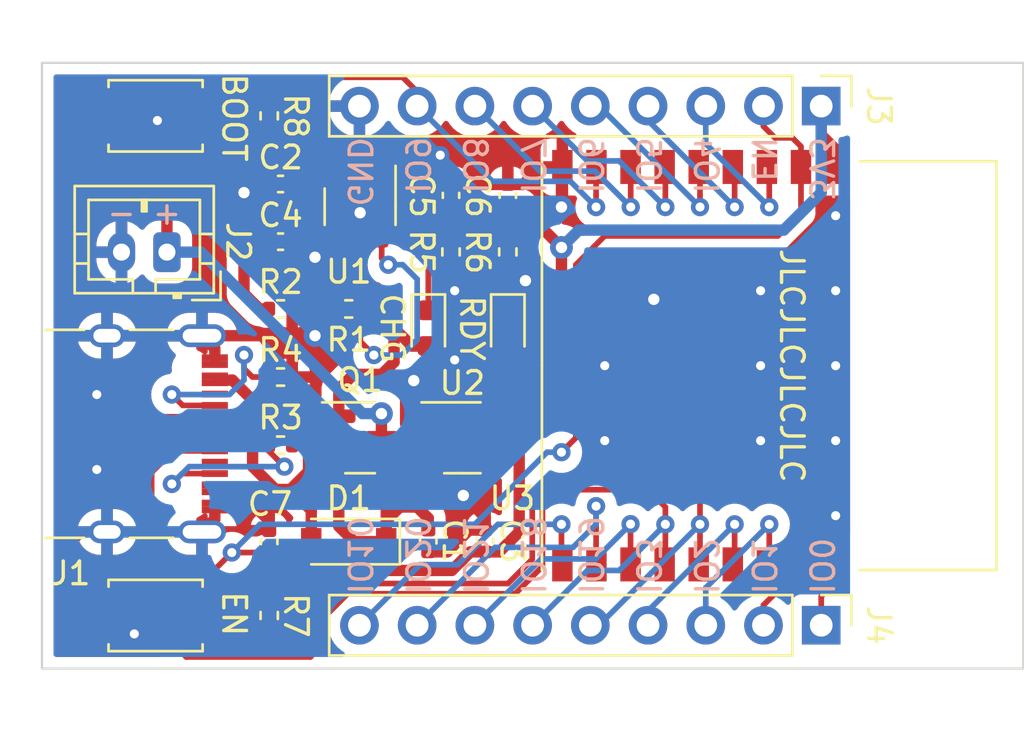
<source format=kicad_pcb>
(kicad_pcb (version 20211014) (generator pcbnew)
  (layers (0 "F.Cu" signal) (31 "B.Cu" signal) (34 "B.Paste" user) (35 "F.Paste" user) (36 "B.SilkS" user "B.Silkscreen") (37 "F.SilkS" user "F.Silkscreen") (38 "B.Mask" user) (39 "F.Mask" user) (44 "Edge.Cuts" user))
  (net 0 "")
  (net 1 "+5V")
  (net 2 "GND")
  (net 3 "+3.3V")
  (net 4 "STAT")
  (net 5 "Net-(C1-Pad1)")
  (net 6 "Net-(J1-PadA5)")
  (net 7 "D+")
  (net 8 "D-")
  (net 10 "Net-(J1-PadB5)")
  (net 12 "Net-(D2-Pad1)")
  (net 13 "EN")
  (net 14 "GPIO4")
  (net 15 "GPIO5")
  (net 16 "GPIO6")
  (net 17 "GPIO7")
  (net 18 "GPIO8")
  (net 19 "GPIO9")
  (net 20 "GPIO10")
  (net 21 "GPIO20")
  (net 22 "GPIO21")
  (net 23 "GPIO3")
  (net 24 "GPIO2")
  (net 25 "GPIO1")
  (net 26 "GPIO0")
  (net 27 "VBAT")
  (net 28 "Net-(D3-Pad2)")
  (net 29 "Net-(R1-Pad1)")
  (footprint "Resistor_SMD:R_0402_1005Metric" (layer "F.Cu") (at 103.5 73.665 180)
    (fp_text reference "R1")
    (fp_text value "3.3k")
  )
  (footprint "LED_SMD:LED_0603_1608Metric" (layer "F.Cu") (at 107 74.514 -90)
    (fp_text reference "D2" hide)
    (fp_text value "CHG")
  )
  (footprint "Resistor_SMD:R_0402_1005Metric" (layer "F.Cu") (at 100 65.165 -90)
    (fp_text reference "R8")
    (fp_text value "10k")
  )
  (footprint "Capacitor_SMD:C_0402_1005Metric" (layer "F.Cu") (at 108 68.665 90)
    (fp_text reference "C5")
    (fp_text value "10u")
  )
  (footprint "Connector_USB:USB_C_Receptacle_XKB_U262-16XN-4BVC11" (layer "F.Cu") (at 93.937 79.165 -90)
    (fp_text reference "J1")
    (fp_text value "USB-C")
  )
  (footprint "Resistor_SMD:R_0402_1005Metric" (layer "F.Cu") (at 100.5 76.665)
    (fp_text reference "R4")
    (fp_text value "5.1k")
  )
  (footprint "Connector_PinHeader_2.54mm:PinHeader_1x09_P2.54mm_Vertical" (layer "F.Cu") (at 124.29 87.595 -90)
    (fp_text reference "J4")
    (fp_text value "Conn_01x09")
  )
  (footprint "Capacitor_SMD:C_0402_1005Metric" (layer "F.Cu") (at 107 83.884 -90)
    (fp_text reference "C1")
    (fp_text value "4.7u")
  )
  (footprint "Package_TO_SOT_SMD:SOT-23-5" (layer "F.Cu") (at 104 69.165 -90)
    (fp_text reference "U1")
    (fp_text value "MCP73831-2-OT")
  )
  (footprint "LED_SMD:LED_0603_1608Metric" (layer "F.Cu") (at 110.5 74.514 -90)
    (fp_text reference "D3" hide)
    (fp_text value "RDY")
  )
  (footprint "esp32-c3-wroom-02:ESP32-C3-WROOM-02" (layer "F.Cu") (at 122 76.165 -90)
    (fp_text reference "U3")
    (fp_text value "ESP32-C3-WROOM-02")
  )
  (footprint "Capacitor_SMD:C_0402_1005Metric" (layer "F.Cu") (at 109.5 83.884 90)
    (fp_text reference "C3")
    (fp_text value "10u")
  )
  (footprint "Capacitor_SMD:C_0402_1005Metric" (layer "F.Cu") (at 110.5 68.665 90)
    (fp_text reference "C6")
    (fp_text value "0.1u")
  )
  (footprint "Package_TO_SOT_SMD:SOT-23" (layer "F.Cu") (at 104 79.34)
    (fp_text reference "Q1")
    (fp_text value "AO3401A")
  )
  (footprint "Capacitor_SMD:C_0402_1005Metric" (layer "F.Cu") (at 100.5 68.165 180)
    (fp_text reference "C2")
    (fp_text value "10u")
  )
  (footprint "Package_TO_SOT_SMD:SOT-23-5" (layer "F.Cu") (at 108.5 79.34)
    (fp_text reference "U2")
    (fp_text value "AP2112K-3.3")
  )
  (footprint "Capacitor_SMD:C_0402_1005Metric" (layer "F.Cu") (at 100 83.912 90)
    (fp_text reference "C7")
    (fp_text value "0.1u")
  )
  (footprint "Resistor_SMD:R_0402_1005Metric" (layer "F.Cu") (at 100 87.165 -90)
    (fp_text reference "R7")
    (fp_text value "10k")
  )
  (footprint "Button_Switch_SMD:SW_Push_SPST_NO_Alps_SKRK" (layer "F.Cu") (at 95 65.165)
    (fp_text reference "SW2" hide)
    (fp_text value "BOOT")
  )
  (footprint "Connector_PinHeader_2.54mm:PinHeader_1x09_P2.54mm_Vertical" (layer "F.Cu") (at 124.29 64.735 -90)
    (fp_text reference "J3")
    (fp_text value "Conn_01x09")
  )
  (footprint "Capacitor_SMD:C_0402_1005Metric" (layer "F.Cu") (at 100.5 70.704)
    (fp_text reference "C4")
    (fp_text value "4.7u")
  )
  (footprint "Resistor_SMD:R_0402_1005Metric" (layer "F.Cu") (at 108 71.155 90)
    (fp_text reference "R5")
    (fp_text value "470")
  )
  (footprint "Resistor_SMD:R_0402_1005Metric" (layer "F.Cu") (at 100.5 79.665)
    (fp_text reference "R3")
    (fp_text value "5.1k")
  )
  (footprint "Connector_JST:JST_PH_B2B-PH-K_1x02_P2.00mm_Vertical" (layer "F.Cu") (at 95.5 71.165 180)
    (fp_text reference "J2")
    (fp_text value "Conn_01x02")
  )
  (footprint "Resistor_SMD:R_0402_1005Metric" (layer "F.Cu") (at 110.5 71.155 -90)
    (fp_text reference "R6")
    (fp_text value "470")
  )
  (footprint "Diode_SMD:D_SOD-123" (layer "F.Cu") (at 103.5 83.912 180)
    (fp_text reference "D1")
    (fp_text value "B5819W")
  )
  (footprint "Resistor_SMD:R_0402_1005Metric" (layer "F.Cu") (at 100.5 73.665)
    (fp_text reference "R2")
    (fp_text value "100k")
  )
  (footprint "Button_Switch_SMD:SW_Push_SPST_NO_Alps_SKRK" (layer "F.Cu") (at 95 87.165)
    (fp_text reference "SW1" hide)
    (fp_text value "EN")
  )
  (gr_rect locked (start 133.18 89.5) (end 90 62.83) (layer "Edge.Cuts") (width 0.1) (fill none))
  (gr_text "IO10" (at 103.97 86.325 270) (layer "B.SilkS") (effects (font (size 1 1)) (justify left mirror)))
  (gr_text "IO4" (at 119.21 66.005 270) (layer "B.SilkS") (effects (font (size 1 1)) (justify right mirror)))
  (gr_text "IO0" (at 124.29 86.325 270) (layer "B.SilkS") (effects (font (size 1 1)) (justify left mirror)))
  (gr_text "IO3" (at 116.67 86.325 270) (layer "B.SilkS") (effects (font (size 1 1)) (justify left mirror)))
  (gr_text "IO2" (at 119.21 86.325 270) (layer "B.SilkS") (effects (font (size 1 1)) (justify left mirror)))
  (gr_text "IO5" (at 116.67 66.005 270) (layer "B.SilkS") (effects (font (size 1 1)) (justify right mirror)))
  (gr_text "EN" (at 121.75 66.005 270) (layer "B.SilkS") (effects (font (size 1 1)) (justify right mirror)))
  (gr_text "IO9" (at 106.51 66.005 270) (layer "B.SilkS") (effects (font (size 1 1)) (justify right mirror)))
  (gr_text "IO6" (at 114.13 66.005 270) (layer "B.SilkS") (effects (font (size 1 1)) (justify right mirror)))
  (gr_text "IO1" (at 121.75 86.325 270) (layer "B.SilkS") (effects (font (size 1 1)) (justify left mirror)))
  (gr_text "IO18" (at 111.59 86.325 270) (layer "B.SilkS") (effects (font (size 1 1)) (justify left mirror)))
  (gr_text "IO19" (at 114.13 86.325 270) (layer "B.SilkS") (effects (font (size 1 1)) (justify left mirror)))
  (gr_text "3V3" (at 124.29 66.005 270) (layer "B.SilkS") (effects (font (size 1 1)) (justify right mirror)))
  (gr_text "IO8" (at 109.05 66.005 270) (layer "B.SilkS") (effects (font (size 1 1)) (justify right mirror)))
  (gr_text "+" (at 95.5 69.434) (layer "B.SilkS") (effects (font (size 1 1)) (justify mirror)))
  (gr_text "-" (at 93.5 69.434) (layer "B.SilkS") (effects (font (size 1 1)) (justify mirror)))
  (gr_text "GND\n" (at 103.97 66.005 270) (layer "B.SilkS") (effects (font (size 1 1)) (justify right mirror)))
  (gr_text "IO21" (at 109.05 86.325 270) (layer "B.SilkS") (effects (font (size 1 1)) (justify left mirror)))
  (gr_text "IO7" (at 111.59 66.005 270) (layer "B.SilkS") (effects (font (size 1 1)) (justify right mirror)))
  (gr_text "IO20" (at 106.51 86.325 270) (layer "B.SilkS") (effects (font (size 1 1)) (justify left mirror)))
  (gr_text "JLCJLCJLCJLC" (at 123 76.165 270) (layer "F.SilkS") (effects (font (size 1 1))))
  (segment (start 99.27 80.609) (end 99.27 77.688) (width 0.5) (layer "F.Cu") (net 1))
  (segment (start 99.27 77.688) (end 98.382 76.8) (width 0.5) (layer "F.Cu") (net 1))
  (segment (start 103.716 76.546) (end 104.957582 76.546) (width 0.5) (layer "F.Cu") (net 1))
  (segment (start 105.494 73.498) (end 105.494 74.514) (width 0.5) (layer "F.Cu") (net 1))
  (segment (start 102.7 69.18) (end 103.05 69.53) (width 0.5) (layer "F.Cu") (net 1))
  (segment (start 100.933 81.615) (end 101.73 80.818) (width 0.5) (layer "F.Cu") (net 1))
  (segment (start 100.276 81.615) (end 100.933 81.615) (width 0.5) (layer "F.Cu") (net 1))
  (segment (start 103.716 72.736) (end 104.732 72.736) (width 0.5) (layer "F.Cu") (net 1))
  (segment (start 101.73 80.818) (end 101.73 78.786) (width 0.5) (layer "F.Cu") (net 1))
  (segment (start 105.494 76.009582) (end 105.494 74.514) (width 0.5) (layer "F.Cu") (net 1))
  (segment (start 103.0625 77.1995) (end 103.716 76.546) (width 0.5) (layer "F.Cu") (net 1))
  (segment (start 98.382 76.8) (end 97.722 76.8) (width 0.5) (layer "F.Cu") (net 1))
  (segment (start 100.02 69.955) (end 100.795 69.18) (width 0.5) (layer "F.Cu") (net 1))
  (segment (start 97.707 81.615) (end 100.276 81.615) (width 0.5) (layer "F.Cu") (net 1))
  (segment (start 97.607 81.515) (end 97.707 81.615) (width 0.5) (layer "F.Cu") (net 1))
  (segment (start 98.89 72.99) (end 98.89 71.212) (width 0.5) (layer "F.Cu") (net 1))
  (segment (start 99.398 70.704) (end 100.02 70.704) (width 0.5) (layer "F.Cu") (net 1))
  (segment (start 105.494 74.514) (end 106.2815 75.3015) (width 0.5) (layer "F.Cu") (net 1))
  (segment (start 102.126 78.39) (end 103.0625 78.39) (width 0.5) (layer "F.Cu") (net 1))
  (segment (start 103.05 72.07) (end 103.716 72.736) (width 0.5) (layer "F.Cu") (net 1))
  (segment (start 98.89 71.212) (end 99.398 70.704) (width 0.5) (layer "F.Cu") (net 1))
  (segment (start 100.276 81.615) (end 99.27 80.609) (width 0.5) (layer "F.Cu") (net 1))
  (segment (start 103.05 69.53) (end 103.05 70.3025) (width 0.5) (layer "F.Cu") (net 1))
  (segment (start 103.0625 78.39) (end 103.0625 77.1995) (width 0.5) (layer "F.Cu") (net 1))
  (segment (start 100.933 81.615) (end 101.85 82.532) (width 0.5) (layer "F.Cu") (net 1))
  (segment (start 104.957582 76.546) (end 105.494 76.009582) (width 0.5) (layer "F.Cu") (net 1))
  (segment (start 101.85 82.532) (end 101.85 83.912) (width 0.5) (layer "F.Cu") (net 1))
  (segment (start 97.607 76.915) (end 97.722 76.8) (width 0.25) (layer "F.Cu") (net 1))
  (segment (start 99.565 73.665) (end 98.89 72.99) (width 0.5) (layer "F.Cu") (net 1))
  (segment (start 101.73 78.786) (end 102.126 78.39) (width 0.5) (layer "F.Cu") (net 1))
  (segment (start 106.2815 75.3015) (end 107 75.3015) (width 0.5) (layer "F.Cu") (net 1))
  (segment (start 100.02 69.955) (end 100.02 70.704) (width 0.5) (layer "F.Cu") (net 1))
  (segment (start 103.05 70.3025) (end 103.05 72.07) (width 0.5) (layer "F.Cu") (net 1))
  (segment (start 100.795 69.18) (end 102.7 69.18) (width 0.5) (layer "F.Cu") (net 1))
  (segment (start 99.99 73.665) (end 99.565 73.665) (width 0.5) (layer "F.Cu") (net 1))
  (segment (start 104.732 72.736) (end 105.494 73.498) (width 0.5) (layer "F.Cu") (net 1))
  (segment (start 92.9 65.165) (end 92.9 67.635) (width 0.5) (layer "F.Cu") (net 2))
  (segment (start 106.626382 79.329382) (end 107.3625 79.329382) (width 0.5) (layer "F.Cu") (net 2))
  (segment (start 110.5 68.185) (end 111.175 68.185) (width 0.5) (layer "F.Cu") (net 2))
  (segment (start 97.607 82.92) (end 97.042 83.485) (width 0.5) (layer "F.Cu") (net 2))
  (segment (start 117.6 77.125) (end 119.8 77.125) (width 0.5) (layer "F.Cu") (net 2))
  (segment (start 100.02 68.165) (end 99.27 68.165) (width 0.5) (layer "F.Cu") (net 2))
  (segment (start 91.016 86.452) (end 91.729 87.165) (width 0.5) (layer "F.Cu") (net 2))
  (segment (start 101.01 71.886) (end 101.01 73.665) (width 0.5) (layer "F.Cu") (net 2))
  (segment (start 108 68.185) (end 110.5 68.185) (width 0.5) (layer "F.Cu") (net 2))
  (segment (start 101.01 73.665) (end 102.99 73.665) (width 0.5) (layer "F.Cu") (net 2))
  (segment (start 100.98 70.704) (end 101.33 70.704) (width 0.5) (layer "F.Cu") (net 2))
  (segment (start 110.5 73.197) (end 110.5 73.7265) (width 0.5) (layer "F.Cu") (net 2))
  (segment (start 101.33 70.704) (end 102.015 71.389) (width 0.5) (layer "F.Cu") (net 2))
  (segment (start 97.607 82.515) (end 97.796 82.326) (width 0.25) (layer "F.Cu") (net 2))
  (segment (start 118.7 76.025) (end 118.7 78.225) (width 0.5) (layer "F.Cu") (net 2))
  (segment (start 92.9 67.635) (end 93.5 68.235) (width 0.5) (layer "F.Cu") (net 2))
  (segment (start 111.2755 72.4215) (end 110.5 73.197) (width 0.5) (layer "F.Cu") (net 2))
  (segment (start 100 83.432) (end 100 82.99) (width 0.5) (layer "F.Cu") (net 2))
  (segment (start 109.5 83.404) (end 108.796 83.404) (width 0.5) (layer "F.Cu") (net 2))
  (segment (start 91.016 84.166) (end 91.016 86.452) (width 0.5) (layer "F.Cu") (net 2))
  (segment (start 119.8 78.225) (end 117.6 78.225) (width 0.5) (layer "F.Cu") (net 2))
  (segment (start 101.01 75.85) (end 101.01 76.665) (width 0.5) (layer "F.Cu") (net 2))
  (segment (start 93.5 68.235) (end 93.5 71.165) (width 0.5) (layer "F.Cu") (net 2))
  (segment (start 108.796 83.404) (end 107.836 84.364) (width 0.5) (layer "F.Cu") (net 2))
  (segment (start 97.607 82.515) (end 97.607 82.92) (width 0.5) (layer "F.Cu") (net 2))
  (segment (start 117.6 73.92) (end 117.6 76.025) (width 0.5) (layer "F.Cu") (net 2))
  (segment (start 99.27 68.165) (end 98.89 68.545) (width 0.5) (layer "F.Cu") (net 2))
  (segment (start 106.002 78.705) (end 106.626382 79.329382) (width 0.5) (layer "F.Cu") (net 2))
  (segment (start 117.6 78.225) (end 117.6 76.025) (width 0.5) (layer "F.Cu") (net 2))
  (segment (start 101.507 71.389) (end 101.01 71.886) (width 0.5) (layer "F.Cu") (net 2))
  (segment (start 112.86 67.455) (end 112.9 67.415) (width 0.5) (layer "F.Cu") (net 2))
  (segment (start 97.607 75.41) (end 97.607 75.815) (width 0.5) (layer "F.Cu") (net 2))
  (segment (start 92.862 83.485) (end 91.697 83.485) (width 0.5) (layer "F.Cu") (net 2))
  (segment (start 97.796 82.326) (end 99.336 82.326) (width 0.5) (layer "F.Cu") (net 2))
  (segment (start 102.015 74.845) (end 101.01 75.85) (width 0.5) (layer "F.Cu") (net 2))
  (segment (start 102.015 71.389) (end 101.507 71.389) (width 0.5) (layer "F.Cu") (net 2))
  (segment (start 106.360811 76.822189) (end 106.002 77.181) (width 0.5) (layer "F.Cu") (net 2))
  (segment (start 106.002 77.181) (end 106.002 78.705) (width 0.5) (layer "F.Cu") (net 2))
  (segment (start 104 69.431926) (end 104 68.0275) (width 0.5) (layer "F.Cu") (net 2))
  (segment (start 108.542 81.88) (end 109.5 82.838) (width 0.5) (layer "F.Cu") (net 2))
  (segment (start 91.697 83.485) (end 91.016 84.166) (width 0.5) (layer "F.Cu") (net 2))
  (segment (start 111.175 68.185) (end 111.945 67.415) (width 0.5) (layer "F.Cu") (net 2))
  (segment (start 109.5 82.838) (end 109.5 83.404) (width 0.5) (layer "F.Cu") (net 2))
  (segment (start 97.042 74.845) (end 97.607 75.41) (width 0.5) (layer "F.Cu") (net 2))
  (segment (start 107.836 84.364) (end 107 84.364) (width 0.5) (layer "F.Cu") (net 2))
  (segment (start 102.015 74.845) (end 97.042 74.845) (width 0.5) (layer "F.Cu") (net 2))
  (segment (start 91.729 87.165) (end 92.9 87.165) (width 0.5) (layer "F.Cu") (net 2))
  (segment (start 117.6 76.025) (end 119.8 76.025) (width 0.5) (layer "F.Cu") (net 2))
  (segment (start 116.924 73.244) (end 117.6 73.92) (width 0.5) (layer "F.Cu") (net 2))
  (segment (start 100 82.99) (end 99.336 82.326) (width 0.5) (layer "F.Cu") (net 2))
  (segment (start 101.01 79.665) (end 101.01 76.665) (width 0.5) (layer "F.Cu") (net 2))
  (segment (start 111.945 67.415) (end 112.9 67.415) (width 0.5) (layer "F.Cu") (net 2))
  (segment (start 112.86 69.18) (end 112.86 67.455) (width 0.5) (layer "F.Cu") (net 2))
  (segment (start 119.8 76.025) (end 119.8 78.225) (width 0.5) (layer "F.Cu") (net 2))
  (via (at 95.08 65.37) (size 0.8) (drill 0.4) (layers "F.Cu" "B.Cu") (net 2))
  (via (at 108.542 81.88) (size 1) (drill 0.5) (layers "F.Cu" "B.Cu") (net 2))
  (via (at 124.925 69.561) (size 0.8) (drill 0.4) (layers "F.Cu" "B.Cu") (net 2))
  (via (at 108.161 72.863) (size 0.8) (drill 0.4) (layers "F.Cu" "B.Cu") (net 2))
  (via (at 121.623 72.863) (size 0.8) (drill 0.4) (layers "F.Cu" "B.Cu") (net 2))
  (via (at 108.161 75.911) (size 0.8) (drill 0.4) (layers "F.Cu" "B.Cu") (net 2))
  (via (at 111.2755 72.4215) (size 1) (drill 0.5) (layers "F.Cu" "B.Cu") (net 2))
  (via (at 102.015 71.389) (size 1) (drill 0.5) (layers "F.Cu" "B.Cu") (net 2))
  (via (at 114.765 76.165) (size 0.8) (drill 0.4) (layers "F.Cu" "B.Cu") (net 2))
  (via (at 112.86 69.18) (size 1) (drill 0.5) (layers "F.Cu" "B.Cu") (net 2))
  (via (at 92.413 77.435) (size 0.8) (drill 0.4) (layers "F.Cu" "B.Cu") (net 2))
  (via (at 106.360811 76.822189) (size 1) (drill 0.5) (layers "F.Cu" "B.Cu") (net 2))
  (via (at 104 69.431926) (size 1) (drill 0.5) (layers "F.Cu" "B.Cu") (net 2))
  (via (at 124.925 76.165) (size 0.8) (drill 0.4) (layers "F.Cu" "B.Cu") (net 2))
  (via (at 92.413 80.737) (size 0.8) (drill 0.4) (layers "F.Cu" "B.Cu") (net 2))
  (via (at 124.925 82.769) (size 0.8) (drill 0.4) (layers "F.Cu" "B.Cu") (net 2))
  (via (at 94.064 87.976) (size 0.8) (drill 0.4) (layers "F.Cu" "B.Cu") (net 2))
  (via (at 102.015 74.845) (size 1) (drill 0.5) (layers "F.Cu" "B.Cu") (net 2))
  (via (at 98.89 68.545) (size 1) (drill 0.5) (layers "F.Cu" "B.Cu") (net 2))
  (via (at 114.765 79.467) (size 0.8) (drill 0.4) (layers "F.Cu" "B.Cu") (net 2))
  (via (at 124.925 79.467) (size 0.8) (drill 0.4) (layers "F.Cu" "B.Cu") (net 2))
  (via (at 116.924 73.244) (size 1) (drill 0.5) (layers "F.Cu" "B.Cu") (net 2))
  (via (at 124.925 72.863) (size 0.8) (drill 0.4) (layers "F.Cu" "B.Cu") (net 2))
  (via (at 107.526 66.894) (size 0.8) (drill 0.4) (layers "F.Cu" "B.Cu") (net 2))
  (via (at 121.623 79.467) (size 0.8) (drill 0.4) (layers "F.Cu" "B.Cu") (net 2))
  (via (at 121.623 76.165) (size 0.8) (drill 0.4) (layers "F.Cu" "B.Cu") (net 2))
  (segment (start 106.360811 76.822189) (end 109.281811 76.822189) (width 0.5) (layer "B.Cu") (net 2))
  (segment (start 112.86 69.18) (end 106.51 69.18) (width 0.5) (layer "B.Cu") (net 2))
  (segment (start 92.862 74.845) (end 92.862 73.43) (width 0.5) (layer "B.Cu") (net 2))
  (segment (start 97.042 74.845) (end 92.862 74.845) (width 0.5) (layer "B.Cu") (net 2))
  (segment (start 102.015 71.389) (end 102.015 74.845) (width 0.5) (layer "B.Cu") (net 2))
  (segment (start 111.2755 70.7645) (end 111.2755 72.4215) (width 0.5) (layer "B.Cu") (net 2))
  (segment (start 103.97 66.64) (end 102.065 68.545) (width 0.5) (layer "B.Cu") (net 2))
  (segment (start 112.86 69.18) (end 111.2755 70.7645) (width 0.5) (layer "B.Cu") (net 2))
  (segment (start 111.2755 74.8285) (end 111.2755 72.4215) (width 0.5) (layer "B.Cu") (net 2))
  (segment (start 93.5 72.792) (end 93.5 71.165) (width 0.5) (layer "B.Cu") (net 2))
  (segment (start 106.360811 76.822189) (end 106.360811 80.714811) (width 0.5) (layer "B.Cu") (net 2))
  (segment (start 92.862 83.485) (end 92.862 74.845) (width 0.5) (layer "B.Cu") (net 2))
  (segment (start 98.89 70.196) (end 98.89 68.545) (width 0.5) (layer "B.Cu") (net 2))
  (segment (start 102.015 71.389) (end 100.083 71.389) (width 0.5) (layer "B.Cu") (net 2))
  (segment (start 102.015 71.389) (end 103.972074 69.431926) (width 0.5) (layer "B.Cu") (net 2))
  (segment (start 102.065 68.545) (end 98.89 68.545) (width 0.5) (layer "B.Cu") (net 2))
  (segment (start 111.2755 72.4215) (end 116.1015 72.4215) (width 0.5) (layer "B.Cu") (net 2))
  (segment (start 103.97 64.735) (end 103.97 66.64) (width 0.5) (layer "B.Cu") (net 2))
  (segment (start 97.042 83.485) (end 92.862 83.485) (width 0.5) (layer "B.Cu") (net 2))
  (segment (start 116.1015 72.4215) (end 116.924 73.244) (width 0.5) (layer "B.Cu") (net 2))
  (segment (start 106.360811 80.714811) (end 107.526 81.88) (width 0.5) (layer "B.Cu") (net 2))
  (segment (start 100.083 71.389) (end 98.89 70.196) (width 0.5) (layer "B.Cu") (net 2))
  (segment (start 106.51 69.18) (end 103.97 66.64) (width 0.5) (layer "B.Cu") (net 2))
  (segment (start 107.526 81.88) (end 108.542 81.88) (width 0.5) (layer "B.Cu") (net 2))
  (segment (start 109.281811 76.822189) (end 111.2755 74.8285) (width 0.5) (layer "B.Cu") (net 2))
  (segment (start 103.972074 69.431926) (end 104 69.431926) (width 0.5) (layer "B.Cu") (net 2))
  (segment (start 92.862 73.43) (end 93.5 72.792) (width 0.5) (layer "B.Cu") (net 2))
  (segment (start 111 83.486) (end 111 79.004) (width 0.5) (layer "F.Cu") (net 3))
  (segment (start 112.86 70.958) (end 111.047 69.145) (width 0.5) (layer "F.Cu") (net 3))
  (segment (start 105.875 66.64) (end 106.51 67.275) (width 0.5) (layer "F.Cu") (net 3))
  (segment (start 110.386 78.39) (end 109.6375 78.39) (width 0.5) (layer "F.Cu") (net 3))
  (segment (start 124.29 64.735) (end 124.29 66.005) (width 0.5) (layer "F.Cu") (net 3))
  (segment (start 106.51 68.291) (end 107.364 69.145) (width 0.5) (layer "F.Cu") (net 3))
  (segment (start 124.9 66.615) (end 124.9 67.415) (width 0.5) (layer "F.Cu") (net 3))
  (segment (start 102.7 66.64) (end 105.875 66.64) (width 0.5) (layer "F.Cu") (net 3))
  (segment (start 108.852 84.364) (end 108.034 85.182) (width 0.5) (layer "F.Cu") (net 3))
  (segment (start 101.01 86.655) (end 100 86.655) (width 0.5) (layer "F.Cu") (net 3))
  (segment (start 102.483 85.182) (end 101.01 86.655) (width 0.5) (layer "F.Cu") (net 3))
  (segment (start 112.86 75.5935) (end 111.59 76.8635) (width 0.5) (layer "F.Cu") (net 3))
  (segment (start 100.715 64.655) (end 102.7 66.64) (width 0.5) (layer "F.Cu") (net 3))
  (segment (start 110.122 84.364) (end 111 83.486) (width 0.5) (layer "F.Cu") (net 3))
  (segment (start 108.034 85.182) (end 102.483 85.182) (width 0.5) (layer "F.Cu") (net 3))
  (segment (start 124.29 66.005) (end 124.9 66.615) (width 0.5) (layer "F.Cu") (net 3))
  (segment (start 111 79.004) (end 110.386 78.39) (width 0.5) (layer "F.Cu") (net 3))
  (segment (start 108 69.145) (end 110.5 69.145) (width 0.5) (layer "F.Cu") (net 3))
  (segment (start 106.51 67.275) (end 106.51 68.291) (width 0.5) (layer "F.Cu") (net 3))
  (segment (start 100 64.655) (end 100.715 64.655) (width 0.5) (layer "F.Cu") (net 3))
  (segment (start 111.59 76.8635) (end 110.32 76.8635) (width 0.5) (layer "F.Cu") (net 3))
  (segment (start 109.6375 77.546) (end 109.6375 78.39) (width 0.5) (layer "F.Cu") (net 3))
  (segment (start 111.047 69.145) (end 110.5 69.145) (width 0.5) (layer "F.Cu") (net 3))
  (segment (start 112.86 70.958) (end 112.86 75.5935) (width 0.5) (layer "F.Cu") (net 3))
  (segment (start 109.5 84.364) (end 110.122 84.364) (width 0.5) (layer "F.Cu") (net 3))
  (segment (start 107.364 69.145) (end 108 69.145) (width 0.5) (layer "F.Cu") (net 3))
  (segment (start 109.5 84.364) (end 108.852 84.364) (width 0.5) (layer "F.Cu") (net 3))
  (segment (start 110.32 76.8635) (end 109.6375 77.546) (width 0.5) (layer "F.Cu") (net 3))
  (via (at 112.86 70.958) (size 1) (drill 0.5) (layers "F.Cu" "B.Cu") (net 3))
  (segment (start 112.86 70.958) (end 113.622 70.196) (width 0.5) (layer "B.Cu") (net 3))
  (segment (start 122.639 70.196) (end 124.29 68.545) (width 0.5) (layer "B.Cu") (net 3))
  (segment (start 124.29 68.545) (end 124.29 64.735) (width 0.5) (layer "B.Cu") (net 3))
  (segment (start 113.622 70.196) (end 122.639 70.196) (width 0.5) (layer "B.Cu") (net 3))
  (segment (start 106.451 70.645) (end 108 70.645) (width 0.25) (layer "F.Cu") (net 4))
  (segment (start 104.95 68.0275) (end 105.6115 68.0275) (width 0.25) (layer "F.Cu") (net 4))
  (segment (start 105.935 70.129) (end 106.451 70.645) (width 0.25) (layer "F.Cu") (net 4))
  (segment (start 110.5 70.645) (end 108 70.645) (width 0.25) (layer "F.Cu") (net 4))
  (segment (start 105.935 68.351) (end 105.935 70.129) (width 0.25) (layer "F.Cu") (net 4))
  (segment (start 105.6115 68.0275) (end 105.935 68.351) (width 0.25) (layer "F.Cu") (net 4))
  (segment (start 105.15 81.02) (end 105.15 82.986) (width 0.5) (layer "F.Cu") (net 5))
  (segment (start 105.15 83.912) (end 105.15 82.986) (width 0.5) (layer "F.Cu") (net 5))
  (segment (start 108.796 79.059528) (end 108.126472 78.39) (width 0.5) (layer "F.Cu") (net 5))
  (segment (start 107.3625 80.29) (end 105.88 80.29) (width 0.5) (layer "F.Cu") (net 5))
  (segment (start 103.73725 83.912) (end 103.0625 83.23725) (width 0.5) (layer "F.Cu") (net 5))
  (segment (start 105.15 83.912) (end 103.73725 83.912) (width 0.5) (layer "F.Cu") (net 5))
  (segment (start 105.15 82.986) (end 105.748 82.388) (width 0.5) (layer "F.Cu") (net 5))
  (segment (start 108.796 79.620472) (end 108.126472 80.29) (width 0.5) (layer "F.Cu") (net 5))
  (segment (start 108.126472 80.29) (end 107.3625 80.29) (width 0.5) (layer "F.Cu") (net 5))
  (segment (start 103.0625 83.23725) (end 103.0625 80.29) (width 0.5) (layer "F.Cu") (net 5))
  (segment (start 105.748 82.388) (end 106.51 82.388) (width 0.5) (layer "F.Cu") (net 5))
  (segment (start 108.126472 78.39) (end 107.3625 78.39) (width 0.5) (layer "F.Cu") (net 5))
  (segment (start 107 82.878) (end 107 83.404) (width 0.5) (layer "F.Cu") (net 5))
  (segment (start 105.88 80.29) (end 105.15 81.02) (width 0.5) (layer "F.Cu") (net 5))
  (segment (start 108.796 79.059528) (end 108.796 79.620472) (width 0.5) (layer "F.Cu") (net 5))
  (segment (start 106.51 82.388) (end 107 82.878) (width 0.5) (layer "F.Cu") (net 5))
  (segment (start 98.89 75.6945) (end 98.89 76.292) (width 0.25) (layer "F.Cu") (net 6))
  (segment (start 98.89 76.292) (end 99.263 76.665) (width 0.25) (layer "F.Cu") (net 6))
  (segment (start 97.607 77.915) (end 96.195 77.915) (width 0.25) (layer "F.Cu") (net 6))
  (segment (start 96.195 77.915) (end 95.715 77.435) (width 0.25) (layer "F.Cu") (net 6))
  (segment (start 99.263 76.665) (end 99.99 76.665) (width 0.25) (layer "F.Cu") (net 6))
  (via (at 95.715 77.435) (size 0.8) (drill 0.4) (layers "F.Cu" "B.Cu") (net 6))
  (via (at 98.89 75.6945) (size 0.8) (drill 0.4) (layers "F.Cu" "B.Cu") (net 6))
  (segment (start 98.89 76.8) (end 98.255 77.435) (width 0.25) (layer "B.Cu") (net 6))
  (segment (start 98.89 75.6945) (end 98.89 76.8) (width 0.25) (layer "B.Cu") (net 6))
  (segment (start 98.255 77.435) (end 95.715 77.435) (width 0.25) (layer "B.Cu") (net 6))
  (segment (start 95.759 78.915) (end 94.826 79.848) (width 0.25) (layer "F.Cu") (net 7))
  (segment (start 118.956 83.15) (end 118.956 84.859) (width 0.25) (layer "F.Cu") (net 7))
  (segment (start 111.575 84.689) (end 111.575 82.149) (width 0.25) (layer "F.Cu") (net 7))
  (segment (start 94.826 86.706) (end 96.662 88.542) (width 0.25) (layer "F.Cu") (net 7))
  (segment (start 97.607 78.915) (end 95.759 78.915) (width 0.25) (layer "F.Cu") (net 7))
  (segment (start 96.662 88.542) (end 101.372 88.542) (width 0.25) (layer "F.Cu") (net 7))
  (segment (start 94.826 80.864) (end 94.826 86.706) (width 0.25) (layer "F.Cu") (net 7))
  (segment (start 118.956 84.859) (end 118.9 84.915) (width 0.25) (layer "F.Cu") (net 7))
  (segment (start 118.956 82.134) (end 118.956 83.15) (width 0.25) (layer "F.Cu") (net 7))
  (segment (start 103.15 85.757) (end 110.507 85.757) (width 0.25) (layer "F.Cu") (net 7))
  (segment (start 101.938 86.969) (end 103.15 85.757) (width 0.25) (layer "F.Cu") (net 7))
  (segment (start 117.94 81.118) (end 118.956 82.134) (width 0.25) (layer "F.Cu") (net 7))
  (segment (start 111.575 82.149) (end 112.606 81.118) (width 0.25) (layer "F.Cu") (net 7))
  (segment (start 110.507 85.757) (end 111.575 84.689) (width 0.25) (layer "F.Cu") (net 7))
  (segment (start 112.606 81.118) (end 117.94 81.118) (width 0.25) (layer "F.Cu") (net 7))
  (segment (start 101.938 87.976) (end 101.938 86.969) (width 0.25) (layer "F.Cu") (net 7))
  (segment (start 95.775 79.915) (end 94.826 80.864) (width 0.25) (layer "F.Cu") (net 7))
  (segment (start 101.372 88.542) (end 101.938 87.976) (width 0.25) (layer "F.Cu") (net 7))
  (segment (start 94.826 79.848) (end 94.826 80.864) (width 0.25) (layer "F.Cu") (net 7))
  (segment (start 97.607 79.915) (end 95.775 79.915) (width 0.25) (layer "F.Cu") (net 7))
  (via (at 118.956 83.15) (size 0.8) (drill 0.4) (layers "F.Cu" "B.Cu") (net 7))
  (segment (start 114.511 87.595) (end 114.13 87.595) (width 0.25) (layer "B.Cu") (net 7))
  (segment (start 118.956 83.15) (end 114.511 87.595) (width 0.25) (layer "B.Cu") (net 7))
  (segment (start 112.025 85.001) (end 110.819 86.207) (width 0.25) (layer "F.Cu") (net 8))
  (segment (start 94.989 78.415) (end 97.607 78.415) (width 0.25) (layer "F.Cu") (net 8))
  (segment (start 112.734396 81.626) (end 112.025 82.335396) (width 0.25) (layer "F.Cu") (net 8))
  (segment (start 117.432 83.15) (end 117.432 82.388) (width 0.25) (layer "F.Cu") (net 8))
  (segment (start 98.695 79.102) (end 98.382 79.415) (width 0.25) (layer "F.Cu") (net 8))
  (segment (start 116.67 81.626) (end 112.734396 81.626) (width 0.25) (layer "F.Cu") (net 8))
  (segment (start 98.382 79.415) (end 97.607 79.415) (width 0.25) (layer "F.Cu") (net 8))
  (segment (start 117.432 84.883) (end 117.4 84.915) (width 0.25) (layer "F.Cu") (net 8))
  (segment (start 102.388 88.416396) (end 101.812396 88.992) (width 0.25) (layer "F.Cu") (net 8))
  (segment (start 101.812396 88.992) (end 96.35 88.992) (width 0.25) (layer "F.Cu") (net 8))
  (segment (start 110.819 86.207) (end 103.453 86.207) (width 0.25) (layer "F.Cu") (net 8))
  (segment (start 112.025 82.335396) (end 112.025 85.001) (width 0.25) (layer "F.Cu") (net 8))
  (segment (start 103.453 86.207) (end 102.388 87.272) (width 0.25) (layer "F.Cu") (net 8))
  (segment (start 102.388 87.272) (end 102.388 88.416396) (width 0.25) (layer "F.Cu") (net 8))
  (segment (start 117.432 83.15) (end 117.432 84.883) (width 0.25) (layer "F.Cu") (net 8))
  (segment (start 117.432 82.388) (end 116.67 81.626) (width 0.25) (layer "F.Cu") (net 8))
  (segment (start 96.35 88.992) (end 94.318 86.96) (width 0.25) (layer "F.Cu") (net 8))
  (segment (start 98.3505 78.415) (end 98.695 78.7595) (width 0.25) (layer "F.Cu") (net 8))
  (segment (start 97.607 78.415) (end 98.3505 78.415) (width 0.25) (layer "F.Cu") (net 8))
  (segment (start 94.318 79.086) (end 94.989 78.415) (width 0.25) (layer "F.Cu") (net 8))
  (segment (start 94.318 86.96) (end 94.318 79.086) (width 0.25) (layer "F.Cu") (net 8))
  (segment (start 98.695 78.7595) (end 98.695 79.102) (width 0.25) (layer "F.Cu") (net 8))
  (via (at 117.432 83.15) (size 0.8) (drill 0.4) (layers "F.Cu" "B.Cu") (net 8))
  (segment (start 117.432 83.15) (end 115.4 85.182) (width 0.25) (layer "B.Cu") (net 8))
  (segment (start 114.003 85.182) (end 111.59 87.595) (width 0.25) (layer "B.Cu") (net 8))
  (segment (start 115.4 85.182) (end 114.003 85.182) (width 0.25) (layer "B.Cu") (net 8))
  (segment (start 97.607 80.915) (end 96.172 80.915) (width 0.25) (layer "F.Cu") (net 10))
  (segment (start 99.99 79.932) (end 99.99 79.665) (width 0.25) (layer "F.Cu") (net 10))
  (segment (start 96.172 80.915) (end 95.715 81.372) (width 0.25) (layer "F.Cu") (net 10))
  (segment (start 100.668 80.61) (end 99.99 79.932) (width 0.25) (layer "F.Cu") (net 10))
  (via (at 100.668 80.61) (size 0.8) (drill 0.4) (layers "F.Cu" "B.Cu") (net 10))
  (via (at 95.715 81.372) (size 0.8) (drill 0.4) (layers "F.Cu" "B.Cu") (net 10))
  (segment (start 96.477 80.61) (end 95.715 81.372) (width 0.25) (layer "B.Cu") (net 10))
  (segment (start 100.668 80.61) (end 96.477 80.61) (width 0.25) (layer "B.Cu") (net 10))
  (segment (start 107.327 71.665) (end 107 71.992) (width 0.25) (layer "F.Cu") (net 12))
  (segment (start 108 71.665) (end 107.327 71.665) (width 0.25) (layer "F.Cu") (net 12))
  (segment (start 107 71.992) (end 107 73.7265) (width 0.25) (layer "F.Cu") (net 12))
  (segment (start 98.354 84.392) (end 100 84.392) (width 0.25) (layer "F.Cu") (net 13))
  (segment (start 97.1 85.646) (end 97.1 87.165) (width 0.25) (layer "F.Cu") (net 13))
  (segment (start 98.843 87.675) (end 100 87.675) (width 0.25) (layer "F.Cu") (net 13))
  (segment (start 98.333 87.165) (end 98.843 87.675) (width 0.25) (layer "F.Cu") (net 13))
  (segment (start 98.354 84.392) (end 97.1 85.646) (width 0.25) (layer "F.Cu") (net 13))
  (segment (start 122.258 66.132) (end 123.02 66.132) (width 0.25) (layer "F.Cu") (net 13))
  (segment (start 113.495 71.72) (end 114.765 70.45) (width 0.25) (layer "F.Cu") (net 13))
  (segment (start 121.75 64.735) (end 121.75 65.624) (width 0.25) (layer "F.Cu") (net 13))
  (segment (start 123.4 69.435) (end 123.4 67.415) (width 0.25) (layer "F.Cu") (net 13))
  (segment (start 121.75 65.624) (end 122.258 66.132) (width 0.25) (layer "F.Cu") (net 13))
  (segment (start 122.385 70.45) (end 123.4 69.435) (width 0.25) (layer "F.Cu") (net 13))
  (segment (start 113.495 79.34) (end 113.495 71.72) (width 0.25) (layer "F.Cu") (net 13))
  (segment (start 123.4 66.512) (end 123.4 67.415) (width 0.25) (layer "F.Cu") (net 13))
  (segment (start 97.1 87.165) (end 98.333 87.165) (width 0.25) (layer "F.Cu") (net 13))
  (segment (start 123.02 66.132) (end 123.4 66.512) (width 0.25) (layer "F.Cu") (net 13))
  (segment (start 112.86 79.975) (end 113.495 79.34) (width 0.25) (layer "F.Cu") (net 13))
  (segment (start 114.765 70.45) (end 122.385 70.45) (width 0.25) (layer "F.Cu") (net 13))
  (via (at 112.86 79.975) (size 0.8) (drill 0.4) (layers "F.Cu" "B.Cu") (net 13))
  (via (at 98.354 84.392) (size 0.8) (drill 0.4) (layers "F.Cu" "B.Cu") (net 13))
  (segment (start 112.225 79.975) (end 112.86 79.975) (width 0.25) (layer "B.Cu") (net 13))
  (segment (start 99.596 83.15) (end 109.05 83.15) (width 0.25) (layer "B.Cu") (net 13))
  (segment (start 109.05 83.15) (end 112.225 79.975) (width 0.25) (layer "B.Cu") (net 13))
  (segment (start 98.354 84.392) (end 99.596 83.15) (width 0.25) (layer "B.Cu") (net 13))
  (segment (start 122.004 69.18) (end 122.004 67.519) (width 0.25) (layer "F.Cu") (net 14))
  (segment (start 122.004 67.519) (end 121.9 67.415) (width 0.25) (layer "F.Cu") (net 14))
  (via (at 122.004 69.18) (size 0.8) (drill 0.4) (layers "F.Cu" "B.Cu") (net 14))
  (segment (start 119.21 66.386) (end 119.21 64.735) (width 0.25) (layer "B.Cu") (net 14))
  (segment (start 122.004 69.18) (end 119.21 66.386) (width 0.25) (layer "B.Cu") (net 14))
  (segment (start 120.48 69.18) (end 120.48 67.495) (width 0.25) (layer "F.Cu") (net 15))
  (segment (start 120.48 67.495) (end 120.4 67.415) (width 0.25) (layer "F.Cu") (net 15))
  (via (at 120.48 69.18) (size 0.8) (drill 0.4) (layers "F.Cu" "B.Cu") (net 15))
  (segment (start 120.48 69.18) (end 116.67 65.37) (width 0.25) (layer "B.Cu") (net 15))
  (segment (start 116.67 65.37) (end 116.67 64.735) (width 0.25) (layer "B.Cu") (net 15))
  (segment (start 118.956 69.18) (end 118.956 67.471) (width 0.25) (layer "F.Cu") (net 16))
  (segment (start 118.956 67.471) (end 118.9 67.415) (width 0.25) (layer "F.Cu") (net 16))
  (via (at 118.956 69.18) (size 0.8) (drill 0.4) (layers "F.Cu" "B.Cu") (net 16))
  (segment (start 118.956 69.18) (end 114.511 64.735) (width 0.25) (layer "B.Cu") (net 16))
  (segment (start 114.511 64.735) (end 114.13 64.735) (width 0.25) (layer "B.Cu") (net 16))
  (segment (start 117.432 67.447) (end 117.4 67.415) (width 0.25) (layer "F.Cu") (net 17))
  (segment (start 117.432 69.18) (end 117.432 67.447) (width 0.25) (layer "F.Cu") (net 17))
  (via (at 117.432 69.18) (size 0.8) (drill 0.4) (layers "F.Cu" "B.Cu") (net 17))
  (segment (start 115.4 67.148) (end 114.003 67.148) (width 0.25) (layer "B.Cu") (net 17))
  (segment (start 117.432 69.18) (end 115.4 67.148) (width 0.25) (layer "B.Cu") (net 17))
  (segment (start 114.003 67.148) (end 111.59 64.735) (width 0.25) (layer "B.Cu") (net 17))
  (segment (start 115.908 67.423) (end 115.9 67.415) (width 0.25) (layer "F.Cu") (net 18))
  (segment (start 115.908 69.18) (end 115.908 67.423) (width 0.25) (layer "F.Cu") (net 18))
  (via (at 115.908 69.18) (size 0.8) (drill 0.4) (layers "F.Cu" "B.Cu") (net 18))
  (segment (start 114.326 67.598) (end 111.913 67.598) (width 0.25) (layer "B.Cu") (net 18))
  (segment (start 111.913 67.598) (end 109.05 64.735) (width 0.25) (layer "B.Cu") (net 18))
  (segment (start 115.908 69.18) (end 114.326 67.598) (width 0.25) (layer "B.Cu") (net 18))
  (segment (start 98.177 65.165) (end 98.687 65.675) (width 0.25) (layer "F.Cu") (net 19))
  (segment (start 114.384 69.18) (end 114.384 67.431) (width 0.25) (layer "F.Cu") (net 19))
  (segment (start 97.1 65.165) (end 97.1 63.985) (width 0.25) (layer "F.Cu") (net 19))
  (segment (start 97.1 65.165) (end 98.177 65.165) (width 0.25) (layer "F.Cu") (net 19))
  (segment (start 97.1 63.985) (end 97.62 63.465) (width 0.25) (layer "F.Cu") (net 19))
  (segment (start 114.384 67.431) (end 114.4 67.415) (width 0.25) (layer "F.Cu") (net 19))
  (segment (start 98.687 65.675) (end 100 65.675) (width 0.25) (layer "F.Cu") (net 19))
  (segment (start 105.875 63.465) (end 106.51 64.1) (width 0.25) (layer "F.Cu") (net 19))
  (segment (start 106.51 64.1) (end 106.51 64.735) (width 0.25) (layer "F.Cu") (net 19))
  (segment (start 97.62 63.465) (end 105.875 63.465) (width 0.25) (layer "F.Cu") (net 19))
  (via (at 114.384 69.18) (size 0.8) (drill 0.4) (layers "F.Cu" "B.Cu") (net 19))
  (segment (start 109.823 68.048) (end 106.51 64.735) (width 0.25) (layer "B.Cu") (net 19))
  (segment (start 113.252 68.048) (end 109.823 68.048) (width 0.25) (layer "B.Cu") (net 19))
  (segment (start 114.384 69.18) (end 113.252 68.048) (width 0.25) (layer "B.Cu") (net 19))
  (segment (start 112.86 84.875) (end 112.9 84.915) (width 0.25) (layer "F.Cu") (net 20))
  (segment (start 112.86 83.15) (end 112.86 84.875) (width 0.25) (layer "F.Cu") (net 20))
  (via (at 112.86 83.15) (size 0.8) (drill 0.4) (layers "F.Cu" "B.Cu") (net 20))
  (segment (start 110.066 83.15) (end 112.86 83.15) (width 0.25) (layer "B.Cu") (net 20))
  (segment (start 103.97 87.595) (end 106.637 84.928) (width 0.25) (layer "B.Cu") (net 20))
  (segment (start 106.637 84.928) (end 108.288 84.928) (width 0.25) (layer "B.Cu") (net 20))
  (segment (start 108.288 84.928) (end 110.066 83.15) (width 0.25) (layer "B.Cu") (net 20))
  (segment (start 114.384 82.3505) (end 114.384 84.899) (width 0.25) (layer "F.Cu") (net 21))
  (segment (start 114.384 84.899) (end 114.4 84.915) (width 0.25) (layer "F.Cu") (net 21))
  (via (at 114.384 82.3505) (size 0.8) (drill 0.4) (layers "F.Cu" "B.Cu") (net 21))
  (segment (start 114.384 82.3505) (end 114.384 83.15) (width 0.25) (layer "B.Cu") (net 21))
  (segment (start 113.368 84.166) (end 109.939 84.166) (width 0.25) (layer "B.Cu") (net 21))
  (segment (start 109.939 84.166) (end 106.51 87.595) (width 0.25) (layer "B.Cu") (net 21))
  (segment (start 114.384 83.15) (end 113.368 84.166) (width 0.25) (layer "B.Cu") (net 21))
  (segment (start 115.9 83.142) (end 115.9 84.915) (width 0.25) (layer "F.Cu") (net 22))
  (via (at 115.9 83.142) (size 0.8) (drill 0.4) (layers "F.Cu" "B.Cu") (net 22))
  (segment (start 111.971 84.674) (end 109.05 87.595) (width 0.25) (layer "B.Cu") (net 22))
  (segment (start 114.368 84.674) (end 111.971 84.674) (width 0.25) (layer "B.Cu") (net 22))
  (segment (start 115.9 83.142) (end 114.368 84.674) (width 0.25) (layer "B.Cu") (net 22))
  (segment (start 120.48 84.835) (end 120.4 84.915) (width 0.25) (layer "F.Cu") (net 23))
  (segment (start 120.48 83.15) (end 120.48 84.835) (width 0.25) (layer "F.Cu") (net 23))
  (via (at 120.48 83.15) (size 0.8) (drill 0.4) (layers "F.Cu" "B.Cu") (net 23))
  (segment (start 116.67 87.595) (end 116.67 86.96) (width 0.25) (layer "B.Cu") (net 23))
  (segment (start 116.67 86.96) (end 120.48 83.15) (width 0.25) (layer "B.Cu") (net 23))
  (segment (start 122.004 84.811) (end 121.9 84.915) (width 0.25) (layer "F.Cu") (net 24))
  (segment (start 122.004 83.15) (end 122.004 84.811) (width 0.25) (layer "F.Cu") (net 24))
  (via (at 122.004 83.15) (size 0.8) (drill 0.4) (layers "F.Cu" "B.Cu") (net 24))
  (segment (start 119.21 85.944) (end 122.004 83.15) (width 0.25) (layer "B.Cu") (net 24))
  (segment (start 119.21 87.595) (end 119.21 85.944) (width 0.25) (layer "B.Cu") (net 24))
  (segment (start 122.258 86.198) (end 123.02 86.198) (width 0.25) (layer "F.Cu") (net 25))
  (segment (start 123.4 85.818) (end 123.4 84.915) (width 0.25) (layer "F.Cu") (net 25))
  (segment (start 121.75 86.706) (end 122.258 86.198) (width 0.25) (layer "F.Cu") (net 25))
  (segment (start 121.75 87.595) (end 121.75 86.706) (width 0.25) (layer "F.Cu") (net 25))
  (segment (start 123.02 86.198) (end 123.4 85.818) (width 0.25) (layer "F.Cu") (net 25))
  (segment (start 124.29 86.325) (end 124.9 85.715) (width 0.25) (layer "F.Cu") (net 26))
  (segment (start 124.29 87.595) (end 124.29 86.325) (width 0.25) (layer "F.Cu") (net 26))
  (segment (start 124.9 85.715) (end 124.9 84.915) (width 0.25) (layer "F.Cu") (net 26))
  (segment (start 96.35 66.64) (end 100.16 66.64) (width 0.5) (layer "F.Cu") (net 27))
  (segment (start 100.16 66.64) (end 100.98 67.46) (width 0.5) (layer "F.Cu") (net 27))
  (segment (start 95.5 67.49) (end 96.35 66.64) (width 0.5) (layer "F.Cu") (net 27))
  (segment (start 95.5 71.165) (end 95.5 67.49) (width 0.5) (layer "F.Cu") (net 27))
  (segment (start 100.98 68.165) (end 102.9125 68.165) (width 0.5) (layer "F.Cu") (net 27))
  (segment (start 102.9125 68.165) (end 103.05 68.0275) (width 0.5) (layer "F.Cu") (net 27))
  (segment (start 100.98 67.46) (end 100.98 68.165) (width 0.5) (layer "F.Cu") (net 27))
  (segment (start 104.9375 78.2755) (end 104.9375 79.34) (width 0.5) (layer "F.Cu") (net 27))
  (via (at 104.9375 78.2755) (size 1) (drill 0.5) (layers "F.Cu" "B.Cu") (net 27))
  (segment (start 96.991497 71.165) (end 95.5 71.165) (width 0.5) (layer "B.Cu") (net 27))
  (segment (start 104.9375 78.2755) (end 104.101997 78.2755) (width 0.5) (layer "B.Cu") (net 27))
  (segment (start 104.101997 78.2755) (end 96.991497 71.165) (width 0.5) (layer "B.Cu") (net 27))
  (segment (start 109.867 71.665) (end 109.558 71.974) (width 0.25) (layer "F.Cu") (net 28))
  (segment (start 109.8375 75.3015) (end 109.558 75.022) (width 0.25) (layer "F.Cu") (net 28))
  (segment (start 109.558 75.022) (end 109.558 71.974) (width 0.25) (layer "F.Cu") (net 28))
  (segment (start 110.5 75.3015) (end 109.8375 75.3015) (width 0.25) (layer "F.Cu") (net 28))
  (segment (start 110.5 71.665) (end 109.867 71.665) (width 0.25) (layer "F.Cu") (net 28))
  (segment (start 104.95 70.3025) (end 104.95 71.43) (width 0.25) (layer "F.Cu") (net 29))
  (segment (start 104.95 71.43) (end 105.24 71.72) (width 0.25) (layer "F.Cu") (net 29))
  (segment (start 104.605 75.6965) (end 104.01 75.1015) (width 0.25) (layer "F.Cu") (net 29))
  (segment (start 104.01 75.1015) (end 104.01 73.665) (width 0.25) (layer "F.Cu") (net 29))
  (via (at 105.24 71.72) (size 0.8) (drill 0.4) (layers "F.Cu" "B.Cu") (net 29))
  (via (at 104.605 75.6965) (size 0.8) (drill 0.4) (layers "F.Cu" "B.Cu") (net 29))
  (segment (start 106.51 72.355) (end 105.875 71.72) (width 0.25) (layer "B.Cu") (net 29))
  (segment (start 105.875 71.72) (end 105.24 71.72) (width 0.25) (layer "B.Cu") (net 29))
  (segment (start 105.8355 75.6965) (end 106.51 75.022) (width 0.25) (layer "B.Cu") (net 29))
  (segment (start 106.51 75.022) (end 106.51 72.355) (width 0.25) (layer "B.Cu") (net 29))
  (segment (start 104.605 75.6965) (end 105.8355 75.6965) (width 0.25) (layer "B.Cu") (net 29))
  (zone (net 2) (net_name "GND") (layer "F.Cu") (connect_pads (clearance 0.508)) (min_thickness 0.254) (fill yes (thermal_gap 0.508) (thermal_bridge_width 0.508))
    (polygon (pts (xy 133.18 89.5) (xy 90 89.5) (xy 90 62.83) (xy 100.795 62.83) (xy 111.59 62.83) (xy 133.18 62.83)))
  )
  (zone (net 0) (net_name "") (layer "F.Cu") (connect_pads (clearance 0)) (min_thickness 0.254)
    (keepout (tracks not_allowed) (vias not_allowed) (pads not_allowed) (copperpour not_allowed) (footprints allowed))
    (fill (thermal_gap 0.508) (thermal_bridge_width 0.508))
    (polygon (pts (xy 133.18 89.5) (xy 125.56 89.5) (xy 125.56 62.83) (xy 133.18 62.83)))
  )
  (zone (net 2) (net_name "GND") (layer "B.Cu") (connect_pads (clearance 0.508)) (min_thickness 0.254) (fill yes (thermal_gap 0.508) (thermal_bridge_width 0.508))
    (polygon (pts (xy 133.18 89.5) (xy 90 89.5) (xy 90 62.83) (xy 133.18 62.83)))
  )
  (zone (net 0) (net_name "") (layer "B.Cu") (connect_pads (clearance 0)) (min_thickness 0.254)
    (keepout (tracks not_allowed) (vias not_allowed) (pads not_allowed) (copperpour not_allowed) (footprints allowed))
    (fill (thermal_gap 0.508) (thermal_bridge_width 0.508))
    (polygon (pts (xy 133.18 89.5) (xy 125.56 89.5) (xy 125.56 62.83) (xy 133.18 62.83)))
  )
)
</source>
